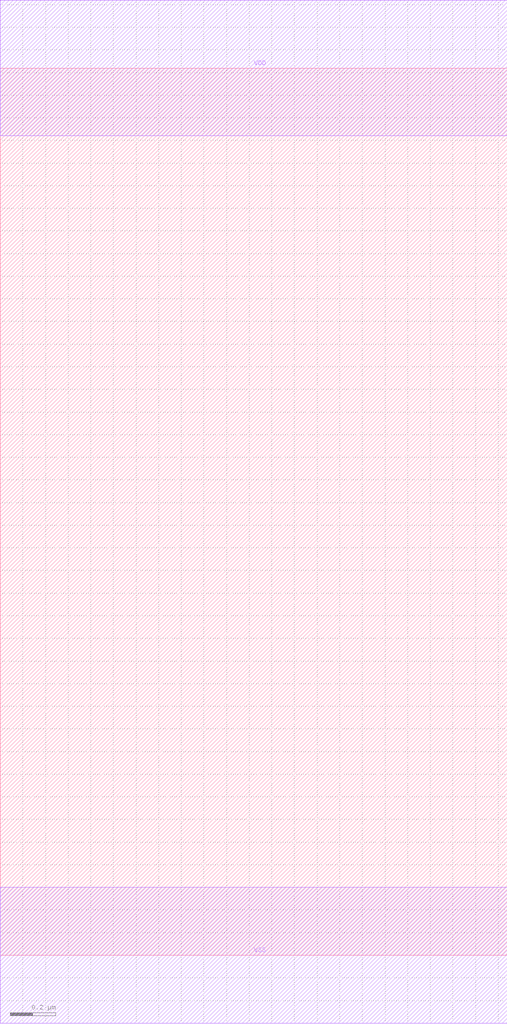
<source format=lef>
# Copyright 2022 GlobalFoundries PDK Authors
#
# Licensed under the Apache License, Version 2.0 (the "License");
# you may not use this file except in compliance with the License.
# You may obtain a copy of the License at
#
#      http://www.apache.org/licenses/LICENSE-2.0
#
# Unless required by applicable law or agreed to in writing, software
# distributed under the License is distributed on an "AS IS" BASIS,
# WITHOUT WARRANTIES OR CONDITIONS OF ANY KIND, either express or implied.
# See the License for the specific language governing permissions and
# limitations under the License.

MACRO gf180mcu_fd_sc_mcu7t5v0__fill_4
  CLASS core SPACER ;
  FOREIGN gf180mcu_fd_sc_mcu7t5v0__fill_4 0.0 0.0 ;
  ORIGIN 0 0 ;
  SYMMETRY X Y ;
  SITE GF018hv5v_mcu_sc7 ;
  SIZE 2.24 BY 3.92 ;
  PIN VDD
    DIRECTION INOUT ;
    USE power ;
    SHAPE ABUTMENT ;
    PORT
      LAYER METAL1 ;
        POLYGON 0 3.62 2.24 3.62 2.24 4.22 0 4.22  ;
    END
  END VDD
  PIN VSS
    DIRECTION INOUT ;
    USE ground ;
    SHAPE ABUTMENT ;
    PORT
      LAYER METAL1 ;
        POLYGON 0 -0.3 2.24 -0.3 2.24 0.3 0 0.3  ;
    END
  END VSS
END gf180mcu_fd_sc_mcu7t5v0__fill_4

</source>
